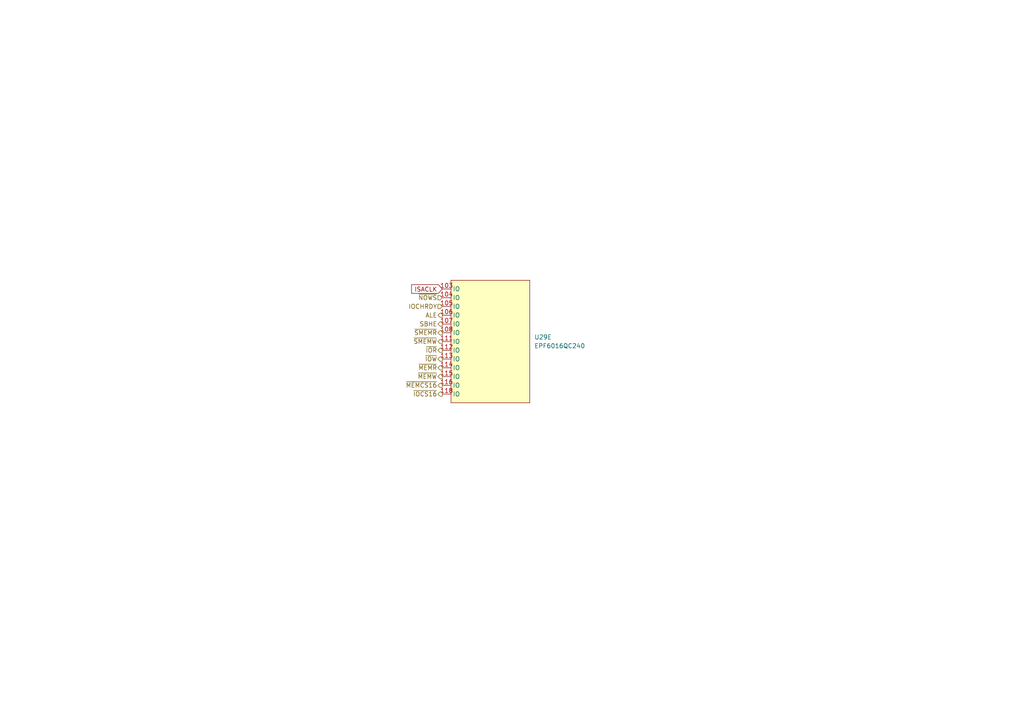
<source format=kicad_sch>
(kicad_sch (version 20231120) (generator "eeschema") (generator_version "8.0")
  (paper "A4")
  (lib_symbols
    (symbol "m68k-hbc-ic:EPF6016QC240"
      (property "Reference" "U" (at 0 60.96 0))
      (property "Value" "EPF6016QC240" (at 0 58.42 0))
      (symbol "EPF6016QC240_1_0"
        (pin power_in line (at 13.97 5.08 180) (length 2.54) (name "GND") (number "109"))
        (pin power_in line (at -13.97 -6.35 0) (length 2.54) (name "VCCIO") (number "110"))
        (pin power_in line (at -13.97 6.35 0) (length 2.54) (name "VCCIO") (number "12"))
        (pin power_in line (at 13.97 2.54 180) (length 2.54) (name "GND") (number "120"))
        (pin power_in line (at 13.97 0 180) (length 2.54) (name "GND") (number "129"))
        (pin power_in line (at -13.97 -8.89 0) (length 2.54) (name "VCCIO") (number "131"))
        (pin power_in line (at 13.97 -2.54 180) (length 2.54) (name "GND") (number "149"))
        (pin power_in line (at -13.97 -11.43 0) (length 2.54) (name "VCCIO") (number "151"))
        (pin power_in line (at 13.97 -5.08 180) (length 2.54) (name "GND") (number "169"))
        (pin power_in line (at -13.97 -13.97 0) (length 2.54) (name "VCCIO") (number "171"))
        (pin power_in line (at 13.97 -10.16 180) (length 2.54) (name "GND") (number "191"))
        (pin power_in line (at -13.97 -16.51 0) (length 2.54) (name "VCCIO") (number "192"))
        (pin power_in line (at 13.97 -15.24 180) (length 2.54) (name "GND") (number "229"))
        (pin power_in line (at -13.97 -21.59 0) (length 2.54) (name "VCCIO") (number "230"))
        (pin power_in line (at 13.97 17.78 180) (length 2.54) (name "GND") (number "29"))
        (pin power_in line (at -13.97 21.59 0) (length 2.54) (name "VCCINT") (number "30"))
        (pin power_in line (at -13.97 3.81 0) (length 2.54) (name "VCCIO") (number "31"))
        (pin power_in line (at 13.97 15.24 180) (length 2.54) (name "GND") (number "49"))
        (pin power_in line (at -13.97 19.05 0) (length 2.54) (name "VCCINT") (number "50"))
        (pin power_in line (at -13.97 1.27 0) (length 2.54) (name "VCCIO") (number "51"))
        (pin power_in line (at 13.97 12.7 180) (length 2.54) (name "GND") (number "61"))
        (pin power_in line (at 13.97 10.16 180) (length 2.54) (name "GND") (number "71"))
        (pin power_in line (at -13.97 -1.27 0) (length 2.54) (name "VCCIO") (number "72"))
      )
      (symbol "EPF6016QC240_1_1"
        (rectangle (start -11.43 26.67) (end 11.43 -24.13) (fill (type background)))
        (pin power_in line (at 13.97 20.32 180) (length 2.54) (name "GND") (number "10"))
        (pin power_in line (at -13.97 24.13 0) (length 2.54) (name "VCCINT") (number "11"))
        (pin power_in line (at -13.97 16.51 0) (length 2.54) (name "VCCINT") (number "130"))
        (pin power_in line (at -13.97 13.97 0) (length 2.54) (name "VCCINT") (number "150"))
        (pin power_in line (at -13.97 11.43 0) (length 2.54) (name "VCCINT") (number "170"))
        (pin power_in line (at 13.97 -7.62 180) (length 2.54) (name "GND") (number "181"))
        (pin power_in line (at 13.97 -12.7 180) (length 2.54) (name "GND") (number "210"))
        (pin power_in line (at -13.97 -19.05 0) (length 2.54) (name "VCCIO") (number "211"))
        (pin power_in line (at 13.97 -17.78 180) (length 2.54) (name "GND") (number "240"))
        (pin power_in line (at 13.97 7.62 180) (length 2.54) (name "GND") (number "90"))
        (pin power_in line (at -13.97 -3.81 0) (length 2.54) (name "VCCIO") (number "91"))
      )
      (symbol "EPF6016QC240_2_0"
        (pin output inverted (at 13.97 20.32 180) (length 2.54) (name "~{CEO}") (number "117"))
        (pin bidirectional line (at 13.97 -20.32 180) (length 2.54) (name "RDY/~{BUSY}") (number "161"))
        (pin input clock (at -13.97 15.24 0) (length 2.54) (name "CLKUSR") (number "166"))
        (pin bidirectional line (at -13.97 -20.32 0) (length 2.54) (name "CONF_DONE") (number "172"))
        (pin bidirectional inverted (at 13.97 0 180) (length 2.54) (name "~{CS}") (number "184"))
        (pin bidirectional inverted (at 13.97 -15.24 180) (length 2.54) (name "~{WS}") (number "195"))
        (pin bidirectional inverted (at 13.97 -17.78 180) (length 2.54) (name "~{RS}") (number "200"))
        (pin input line (at 13.97 12.7 180) (length 2.54) (name "TMS") (number "44"))
        (pin input line (at 13.97 10.16 180) (length 2.54) (name "TCK") (number "54"))
        (pin input inverted (at -13.97 20.32 0) (length 2.54) (name "~{CE}") (number "9"))
      )
      (symbol "EPF6016QC240_2_1"
        (rectangle (start -11.43 22.86) (end 11.43 -22.86) (fill (type background)))
        (pin output line (at 13.97 5.08 180) (length 2.54) (name "TDO") (number "124"))
        (pin bidirectional line (at -13.97 -17.78 0) (length 2.54) (name "INIT_DONE") (number "155"))
        (pin bidirectional line (at 13.97 -2.54 180) (length 2.54) (name "CS") (number "188"))
        (pin bidirectional line (at -13.97 7.62 0) (length 2.54) (name "DEV_OE") (number "205"))
        (pin input line (at 13.97 -12.7 180) (length 2.54) (name "DATA") (number "209"))
        (pin bidirectional clock (at 13.97 -10.16 180) (length 2.54) (name "DCLK") (number "212"))
        (pin bidirectional inverted (at -13.97 10.16 0) (length 2.54) (name "~{DEV_CLR}") (number "216"))
        (pin input line (at 13.97 7.62 180) (length 2.54) (name "TDI") (number "22"))
        (pin input line (at -13.97 2.54 0) (length 2.54) (name "MSEL") (number "52"))
        (pin bidirectional inverted (at 13.97 -5.08 180) (length 2.54) (name "~{CONFIG}") (number "89"))
        (pin bidirectional inverted (at 13.97 -7.62 180) (length 2.54) (name "~{STATUS}") (number "92"))
      )
      (symbol "EPF6016QC240_3_0"
        (pin bidirectional line (at -13.97 39.37 0) (length 2.54) (name "IO") (number "1"))
        (pin bidirectional line (at -13.97 19.05 0) (length 2.54) (name "IO") (number "13"))
        (pin bidirectional line (at -13.97 16.51 0) (length 2.54) (name "IO") (number "14"))
        (pin bidirectional line (at -13.97 13.97 0) (length 2.54) (name "IO") (number "15"))
        (pin bidirectional line (at -13.97 8.89 0) (length 2.54) (name "IO") (number "17"))
        (pin bidirectional line (at -13.97 6.35 0) (length 2.54) (name "IO") (number "18"))
        (pin bidirectional line (at -13.97 3.81 0) (length 2.54) (name "IO") (number "19"))
        (pin bidirectional line (at -13.97 -1.27 0) (length 2.54) (name "IO") (number "21"))
        (pin bidirectional line (at -13.97 -6.35 0) (length 2.54) (name "IO") (number "24"))
        (pin bidirectional line (at -13.97 -8.89 0) (length 2.54) (name "IO") (number "25"))
        (pin bidirectional line (at -13.97 -16.51 0) (length 2.54) (name "IO") (number "33"))
        (pin bidirectional line (at -13.97 -19.05 0) (length 2.54) (name "IO") (number "34"))
        (pin bidirectional line (at -13.97 -21.59 0) (length 2.54) (name "IO") (number "35"))
        (pin bidirectional line (at -13.97 -24.13 0) (length 2.54) (name "IO") (number "36"))
        (pin bidirectional line (at -13.97 -29.21 0) (length 2.54) (name "IO") (number "38"))
        (pin bidirectional line (at -13.97 -31.75 0) (length 2.54) (name "IO") (number "39"))
        (pin bidirectional line (at -13.97 -34.29 0) (length 2.54) (name "IO") (number "40"))
        (pin bidirectional line (at -13.97 -36.83 0) (length 2.54) (name "IO") (number "41"))
        (pin bidirectional line (at 13.97 19.05 180) (length 2.54) (name "IO") (number "43"))
        (pin bidirectional line (at 13.97 16.51 180) (length 2.54) (name "IO") (number "45"))
        (pin bidirectional line (at 13.97 13.97 180) (length 2.54) (name "IO") (number "46"))
        (pin bidirectional line (at 13.97 8.89 180) (length 2.54) (name "IO") (number "48"))
        (pin bidirectional line (at 13.97 6.35 180) (length 2.54) (name "IO") (number "53"))
        (pin bidirectional line (at 13.97 3.81 180) (length 2.54) (name "IO") (number "55"))
        (pin bidirectional line (at 13.97 1.27 180) (length 2.54) (name "IO") (number "56"))
        (pin bidirectional line (at -13.97 26.67 0) (length 2.54) (name "IO") (number "6"))
        (pin bidirectional line (at 13.97 36.83 180) (length 2.54) (name "IO") (number "62"))
        (pin bidirectional line (at 13.97 34.29 180) (length 2.54) (name "IO") (number "63"))
        (pin bidirectional line (at 13.97 31.75 180) (length 2.54) (name "IO") (number "64"))
        (pin bidirectional line (at 13.97 29.21 180) (length 2.54) (name "IO") (number "65"))
        (pin bidirectional line (at 13.97 26.67 180) (length 2.54) (name "IO") (number "66"))
        (pin bidirectional line (at 13.97 24.13 180) (length 2.54) (name "IO") (number "67"))
        (pin bidirectional line (at 13.97 21.59 180) (length 2.54) (name "IO") (number "68"))
        (pin bidirectional line (at -13.97 24.13 0) (length 2.54) (name "IO") (number "7"))
        (pin bidirectional line (at 13.97 -13.97 180) (length 2.54) (name "IO") (number "70"))
        (pin bidirectional line (at 13.97 -19.05 180) (length 2.54) (name "IO") (number "74"))
        (pin bidirectional line (at 13.97 -21.59 180) (length 2.54) (name "IO") (number "75"))
        (pin bidirectional line (at -13.97 21.59 0) (length 2.54) (name "IO") (number "8"))
      )
      (symbol "EPF6016QC240_3_1"
        (rectangle (start -11.43 41.91) (end 11.43 -41.91) (fill (type background)))
        (pin bidirectional line (at -13.97 11.43 0) (length 2.54) (name "IO") (number "16"))
        (pin bidirectional line (at -13.97 36.83 0) (length 2.54) (name "IO") (number "2"))
        (pin bidirectional line (at -13.97 1.27 0) (length 2.54) (name "IO") (number "20"))
        (pin bidirectional line (at -13.97 -3.81 0) (length 2.54) (name "IO") (number "23"))
        (pin bidirectional line (at -13.97 -11.43 0) (length 2.54) (name "IO") (number "26"))
        (pin bidirectional line (at -13.97 -13.97 0) (length 2.54) (name "IO") (number "27"))
        (pin bidirectional line (at -13.97 34.29 0) (length 2.54) (name "IO") (number "3"))
        (pin bidirectional line (at -13.97 -26.67 0) (length 2.54) (name "IO") (number "37"))
        (pin bidirectional line (at -13.97 31.75 0) (length 2.54) (name "IO") (number "4"))
        (pin bidirectional line (at -13.97 -39.37 0) (length 2.54) (name "IO") (number "42"))
        (pin bidirectional line (at 13.97 11.43 180) (length 2.54) (name "IO") (number "47"))
        (pin bidirectional line (at -13.97 29.21 0) (length 2.54) (name "IO") (number "5"))
        (pin bidirectional line (at 13.97 -3.81 180) (length 2.54) (name "IO") (number "57"))
        (pin bidirectional line (at 13.97 -6.35 180) (length 2.54) (name "IO") (number "58"))
        (pin bidirectional line (at 13.97 -8.89 180) (length 2.54) (name "IO") (number "59"))
        (pin bidirectional line (at 13.97 39.37 180) (length 2.54) (name "IO") (number "60"))
        (pin bidirectional line (at 13.97 -11.43 180) (length 2.54) (name "IO") (number "69"))
        (pin bidirectional line (at 13.97 -16.51 180) (length 2.54) (name "IO") (number "73"))
      )
      (symbol "EPF6016QC240_4_0"
        (pin bidirectional line (at 13.97 0 180) (length 2.54) (name "IO") (number "100"))
        (pin bidirectional line (at 13.97 -2.54 180) (length 2.54) (name "IO") (number "101"))
        (pin bidirectional line (at 13.97 -10.16 180) (length 2.54) (name "IO") (number "102"))
        (pin bidirectional line (at 13.97 -5.08 180) (length 2.54) (name "IO") (number "168"))
        (pin bidirectional line (at 13.97 -7.62 180) (length 2.54) (name "IO") (number "173"))
        (pin bidirectional line (at -13.97 12.7 0) (length 2.54) (name "IO") (number "78"))
        (pin bidirectional line (at -13.97 10.16 0) (length 2.54) (name "IO") (number "79"))
        (pin bidirectional line (at -13.97 5.08 0) (length 2.54) (name "IO") (number "80"))
        (pin bidirectional line (at -13.97 2.54 0) (length 2.54) (name "IO") (number "81"))
        (pin bidirectional line (at -13.97 0 0) (length 2.54) (name "IO") (number "82"))
        (pin bidirectional line (at -13.97 -2.54 0) (length 2.54) (name "IO") (number "83"))
        (pin bidirectional line (at -13.97 -5.08 0) (length 2.54) (name "IO") (number "84"))
        (pin bidirectional line (at -13.97 -10.16 0) (length 2.54) (name "IO") (number "86"))
        (pin bidirectional line (at -13.97 -12.7 0) (length 2.54) (name "IO") (number "87"))
        (pin bidirectional line (at -13.97 -17.78 0) (length 2.54) (name "IO") (number "88"))
        (pin bidirectional line (at 13.97 15.24 180) (length 2.54) (name "IO") (number "94"))
        (pin bidirectional line (at 13.97 12.7 180) (length 2.54) (name "IO") (number "95"))
        (pin bidirectional line (at 13.97 7.62 180) (length 2.54) (name "IO") (number "97"))
        (pin bidirectional line (at 13.97 5.08 180) (length 2.54) (name "IO") (number "98"))
        (pin bidirectional line (at 13.97 2.54 180) (length 2.54) (name "IO") (number "99"))
      )
      (symbol "EPF6016QC240_4_1"
        (rectangle (start -11.43 20.32) (end 11.43 -20.32) (fill (type background)))
        (pin bidirectional line (at -13.97 17.78 0) (length 2.54) (name "IO") (number "76"))
        (pin bidirectional line (at -13.97 15.24 0) (length 2.54) (name "IO") (number "77"))
        (pin bidirectional line (at -13.97 -7.62 0) (length 2.54) (name "IO") (number "85"))
        (pin bidirectional line (at 13.97 17.78 180) (length 2.54) (name "IO") (number "93"))
        (pin bidirectional line (at 13.97 10.16 180) (length 2.54) (name "IO") (number "96"))
      )
      (symbol "EPF6016QC240_5_0"
        (pin bidirectional line (at -13.97 15.24 0) (length 2.54) (name "IO") (number "103"))
        (pin bidirectional line (at -13.97 10.16 0) (length 2.54) (name "IO") (number "105"))
        (pin bidirectional line (at -13.97 7.62 0) (length 2.54) (name "IO") (number "106"))
        (pin bidirectional line (at -13.97 5.08 0) (length 2.54) (name "IO") (number "107"))
        (pin bidirectional line (at -13.97 2.54 0) (length 2.54) (name "IO") (number "108"))
        (pin bidirectional line (at -13.97 0 0) (length 2.54) (name "IO") (number "111"))
        (pin bidirectional line (at -13.97 -5.08 0) (length 2.54) (name "IO") (number "113"))
        (pin bidirectional line (at -13.97 -7.62 0) (length 2.54) (name "IO") (number "114"))
        (pin bidirectional line (at -13.97 -10.16 0) (length 2.54) (name "IO") (number "115"))
        (pin bidirectional line (at -13.97 -12.7 0) (length 2.54) (name "IO") (number "116"))
        (pin bidirectional line (at -13.97 -15.24 0) (length 2.54) (name "IO") (number "118"))
      )
      (symbol "EPF6016QC240_5_1"
        (rectangle (start -11.43 17.78) (end 11.43 -17.78) (fill (type background)))
        (pin bidirectional line (at -13.97 12.7 0) (length 2.54) (name "IO") (number "104"))
        (pin bidirectional line (at -13.97 -2.54 0) (length 2.54) (name "IO") (number "112"))
      )
      (symbol "EPF6016QC240_6_0"
        (pin bidirectional line (at 52.07 43.18 180) (length 2.54) (name "IO") (number "119"))
        (pin bidirectional line (at 52.07 30.48 180) (length 2.54) (name "IO") (number "126"))
        (pin bidirectional line (at 52.07 27.94 180) (length 2.54) (name "IO") (number "127"))
        (pin bidirectional line (at 52.07 25.4 180) (length 2.54) (name "IO") (number "128"))
        (pin bidirectional line (at 52.07 22.86 180) (length 2.54) (name "IO") (number "132"))
        (pin bidirectional line (at 52.07 20.32 180) (length 2.54) (name "IO") (number "133"))
        (pin bidirectional line (at 52.07 17.78 180) (length 2.54) (name "IO") (number "134"))
        (pin bidirectional line (at 52.07 12.7 180) (length 2.54) (name "IO") (number "136"))
        (pin bidirectional line (at 52.07 10.16 180) (length 2.54) (name "IO") (number "137"))
        (pin bidirectional line (at 52.07 7.62 180) (length 2.54) (name "IO") (number "138"))
        (pin bidirectional line (at 52.07 5.08 180) (length 2.54) (name "IO") (number "139"))
        (pin bidirectional line (at 52.07 0 180) (length 2.54) (name "IO") (number "141"))
        (pin bidirectional line (at 52.07 -2.54 180) (length 2.54) (name "IO") (number "142"))
        (pin bidirectional line (at 52.07 -5.08 180) (length 2.54) (name "IO") (number "143"))
        (pin bidirectional line (at 52.07 -7.62 180) (length 2.54) (name "IO") (number "144"))
        (pin bidirectional line (at 52.07 -12.7 180) (length 2.54) (name "IO") (number "146"))
        (pin bidirectional line (at 52.07 -15.24 180) (length 2.54) (name "IO") (number "147"))
        (pin input line (at 67.31 -64.77 180) (length 2.54) (name "I") (number "148"))
        (pin input line (at 67.31 -67.31 180) (length 2.54) (name "I") (number "152"))
        (pin bidirectional line (at 52.07 -17.78 180) (length 2.54) (name "IO") (number "153"))
        (pin bidirectional line (at 52.07 -20.32 180) (length 2.54) (name "IO") (number "154"))
        (pin bidirectional line (at 52.07 -22.86 180) (length 2.54) (name "IO") (number "156"))
        (pin bidirectional line (at 52.07 -25.4 180) (length 2.54) (name "IO") (number "157"))
        (pin bidirectional line (at 52.07 -27.94 180) (length 2.54) (name "IO") (number "158"))
        (pin bidirectional line (at 52.07 -35.56 180) (length 2.54) (name "IO") (number "162"))
        (pin bidirectional line (at 52.07 -38.1 180) (length 2.54) (name "IO") (number "163"))
        (pin bidirectional line (at 52.07 -40.64 180) (length 2.54) (name "IO") (number "164"))
        (pin bidirectional line (at 52.07 -45.72 180) (length 2.54) (name "IO") (number "167"))
        (pin bidirectional line (at 52.07 -48.26 180) (length 2.54) (name "IO") (number "174"))
        (pin bidirectional line (at 52.07 -50.8 180) (length 2.54) (name "IO") (number "175"))
        (pin bidirectional line (at 52.07 -76.2 180) (length 2.54) (name "IO") (number "187"))
        (pin bidirectional line (at 67.31 36.83 180) (length 2.54) (name "IO") (number "193"))
        (pin bidirectional line (at 67.31 34.29 180) (length 2.54) (name "IO") (number "194"))
        (pin bidirectional line (at 67.31 31.75 180) (length 2.54) (name "IO") (number "196"))
        (pin bidirectional line (at 67.31 26.67 180) (length 2.54) (name "IO") (number "198"))
        (pin bidirectional line (at 67.31 24.13 180) (length 2.54) (name "IO") (number "199"))
        (pin bidirectional line (at 67.31 21.59 180) (length 2.54) (name "IO") (number "201"))
        (pin bidirectional line (at 67.31 19.05 180) (length 2.54) (name "IO") (number "202"))
        (pin bidirectional line (at 67.31 16.51 180) (length 2.54) (name "IO") (number "203"))
        (pin bidirectional line (at 67.31 13.97 180) (length 2.54) (name "IO") (number "204"))
        (pin bidirectional line (at 67.31 11.43 180) (length 2.54) (name "IO") (number "206"))
        (pin bidirectional line (at 67.31 8.89 180) (length 2.54) (name "IO") (number "207"))
        (pin bidirectional line (at 67.31 6.35 180) (length 2.54) (name "IO") (number "208"))
        (pin bidirectional line (at 67.31 1.27 180) (length 2.54) (name "IO") (number "214"))
        (pin bidirectional line (at 67.31 -1.27 180) (length 2.54) (name "IO") (number "215"))
        (pin bidirectional line (at 67.31 -3.81 180) (length 2.54) (name "IO") (number "217"))
        (pin bidirectional line (at 67.31 -6.35 180) (length 2.54) (name "IO") (number "218"))
        (pin bidirectional line (at 67.31 -8.89 180) (length 2.54) (name "IO") (number "219"))
        (pin bidirectional line (at 67.31 -11.43 180) (length 2.54) (name "IO") (number "220"))
        (pin bidirectional line (at 67.31 -13.97 180) (length 2.54) (name "IO") (number "221"))
        (pin bidirectional line (at 67.31 -16.51 180) (length 2.54) (name "IO") (number "222"))
        (pin bidirectional line (at 67.31 -19.05 180) (length 2.54) (name "IO") (number "223"))
        (pin bidirectional line (at 67.31 -24.13 180) (length 2.54) (name "IO") (number "225"))
        (pin bidirectional line (at 67.31 -26.67 180) (length 2.54) (name "IO") (number "226"))
        (pin bidirectional line (at 67.31 -29.21 180) (length 2.54) (name "IO") (number "227"))
        (pin bidirectional line (at 67.31 -31.75 180) (length 2.54) (name "IO") (number "228"))
        (pin bidirectional line (at 67.31 -34.29 180) (length 2.54) (name "IO") (number "231"))
        (pin bidirectional line (at 67.31 -39.37 180) (length 2.54) (name "IO") (number "233"))
        (pin bidirectional line (at 67.31 -41.91 180) (length 2.54) (name "IO") (number "234"))
        (pin bidirectional line (at 67.31 -44.45 180) (length 2.54) (name "IO") (number "235"))
        (pin bidirectional line (at 67.31 -49.53 180) (length 2.54) (name "IO") (number "237"))
        (pin input line (at 67.31 -59.69 180) (length 2.54) (name "I") (number "28"))
      )
      (symbol "EPF6016QC240_6_1"
        (rectangle (start -11.43 26.67) (end 11.43 -24.13) (fill (type background)))
        (pin bidirectional line (at 52.07 40.64 180) (length 2.54) (name "IO") (number "121"))
        (pin bidirectional line (at 52.07 38.1 180) (length 2.54) (name "IO") (number "122"))
        (pin bidirectional line (at 52.07 35.56 180) (length 2.54) (name "IO") (number "123"))
        (pin bidirectional line (at 52.07 33.02 180) (length 2.54) (name "IO") (number "125"))
        (pin bidirectional line (at 52.07 15.24 180) (length 2.54) (name "IO") (number "135"))
        (pin bidirectional line (at 52.07 2.54 180) (length 2.54) (name "IO") (number "140"))
        (pin bidirectional line (at 52.07 -10.16 180) (length 2.54) (name "IO") (number "145"))
        (pin bidirectional line (at 52.07 -30.48 180) (length 2.54) (name "IO") (number "159"))
        (pin bidirectional line (at 52.07 -33.02 180) (length 2.54) (name "IO") (number "160"))
        (pin bidirectional line (at 52.07 -43.18 180) (length 2.54) (name "IO") (number "165"))
        (pin bidirectional line (at 52.07 -53.34 180) (length 2.54) (name "IO") (number "176"))
        (pin bidirectional line (at 52.07 -55.88 180) (length 2.54) (name "IO") (number "177"))
        (pin bidirectional line (at 52.07 -58.42 180) (length 2.54) (name "IO") (number "178"))
        (pin bidirectional line (at 52.07 -60.96 180) (length 2.54) (name "IO") (number "179"))
        (pin bidirectional line (at 52.07 -63.5 180) (length 2.54) (name "IO") (number "180"))
        (pin bidirectional line (at 52.07 -66.04 180) (length 2.54) (name "IO") (number "182"))
        (pin bidirectional line (at 52.07 -68.58 180) (length 2.54) (name "IO") (number "183"))
        (pin bidirectional line (at 52.07 -71.12 180) (length 2.54) (name "IO") (number "185"))
        (pin bidirectional line (at 52.07 -73.66 180) (length 2.54) (name "IO") (number "186"))
        (pin bidirectional line (at 67.31 41.91 180) (length 2.54) (name "IO") (number "189"))
        (pin bidirectional line (at 67.31 39.37 180) (length 2.54) (name "IO") (number "190"))
        (pin bidirectional line (at 67.31 29.21 180) (length 2.54) (name "IO") (number "197"))
        (pin bidirectional line (at 67.31 3.81 180) (length 2.54) (name "IO") (number "213"))
        (pin bidirectional line (at 67.31 -21.59 180) (length 2.54) (name "IO") (number "224"))
        (pin bidirectional line (at 67.31 -36.83 180) (length 2.54) (name "IO") (number "232"))
        (pin bidirectional line (at 67.31 -46.99 180) (length 2.54) (name "IO") (number "236"))
        (pin bidirectional line (at 67.31 -52.07 180) (length 2.54) (name "IO") (number "238"))
        (pin bidirectional line (at 67.31 -54.61 180) (length 2.54) (name "IO") (number "239"))
        (pin input line (at 67.31 -62.23 180) (length 2.54) (name "I") (number "32"))
      )
    )
  )
  (global_label "ISACLK" (shape input) (at 128.27 83.82 180) (property "Intersheetrefs" "${INTERSHEET_REFS}" (effects (hide yes))))
  (hierarchical_label "~{SMEMR}" (shape output) (at 128.27 96.52 180))
  (hierarchical_label "IOCHRDY" (shape input) (at 128.27 88.9 180))
  (hierarchical_label "ALE" (shape output) (at 128.27 91.44 180))
  (hierarchical_label "~{MEMW}" (shape output) (at 128.27 109.22 180))
  (hierarchical_label "~{IOCS16}" (shape output) (at 128.27 114.3 180))
  (hierarchical_label "~{NOWS}" (shape input) (at 128.27 86.36 180))
  (hierarchical_label "~{SMEMW}" (shape output) (at 128.27 99.06 180))
  (hierarchical_label "~{MEMR}" (shape output) (at 128.27 106.68 180))
  (hierarchical_label "~{MEMCS16}" (shape output) (at 128.27 111.76 180))
  (hierarchical_label "~{IOW}" (shape output) (at 128.27 104.14 180))
  (hierarchical_label "~{IOR}" (shape output) (at 128.27 101.6 180))
  (hierarchical_label "SBHE" (shape output) (at 128.27 93.98 180))
  (symbol (lib_id "m68k-hbc-ic:EPF6016QC240") (at 142.24 99.06 0) (unit 5)
    (property "Reference" "U29" (at 154.94 97.7899 0) (effects (justify left)))
    (property "Value" "EPF6016QC240" (at 154.94 100.3299 0) (effects (justify left)))
    (property "Footprint" "Package_QFP:PQFP-240_32.1x32.1mm_P0.5mm" (effects (hide yes)))
  )
)
</source>
